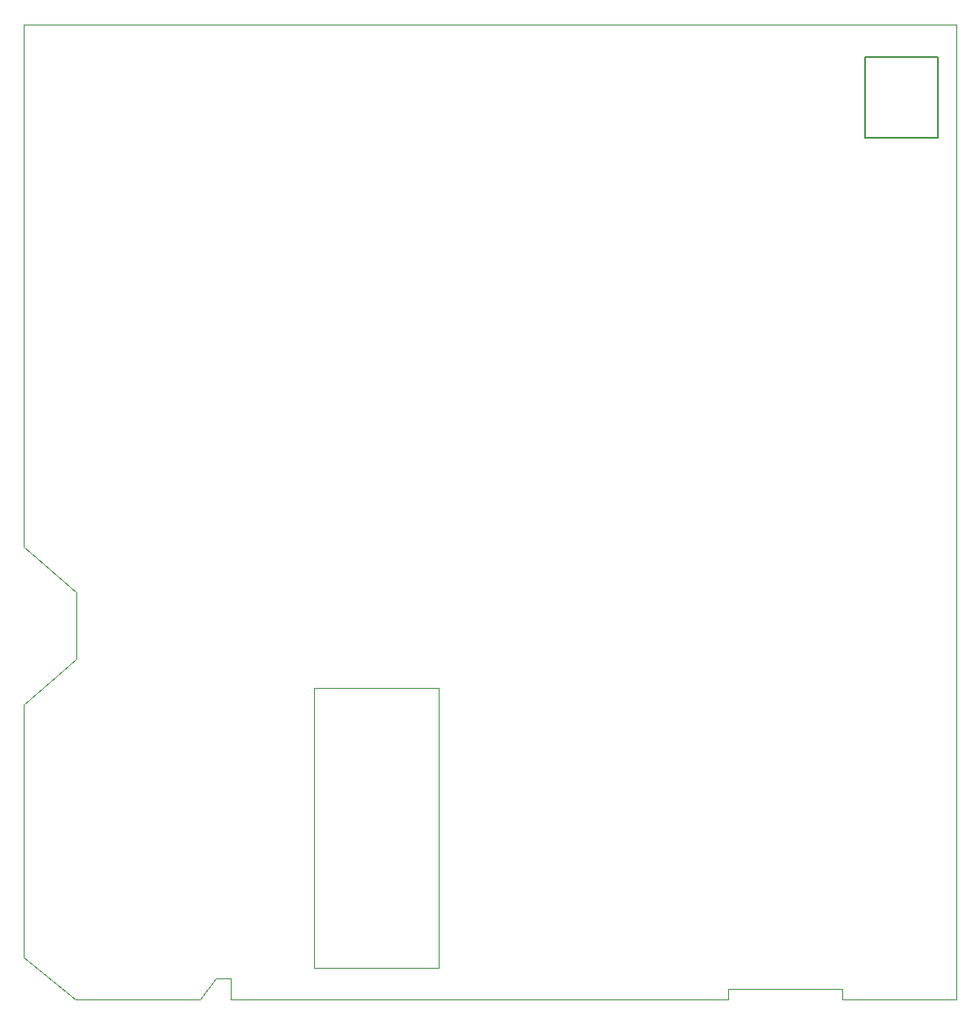
<source format=gm1>
%TF.GenerationSoftware,KiCad,Pcbnew,7.0.7*%
%TF.CreationDate,2023-11-03T00:36:19+00:00*%
%TF.ProjectId,mod-badge-mbr,6d6f642d-6261-4646-9765-2d6d62722e6b,rev?*%
%TF.SameCoordinates,Original*%
%TF.FileFunction,Profile,NP*%
%FSLAX46Y46*%
G04 Gerber Fmt 4.6, Leading zero omitted, Abs format (unit mm)*
G04 Created by KiCad (PCBNEW 7.0.7) date 2023-11-03 00:36:19*
%MOMM*%
%LPD*%
G01*
G04 APERTURE LIST*
%TA.AperFunction,Profile*%
%ADD10C,0.100000*%
%TD*%
%TA.AperFunction,Profile*%
%ADD11C,0.150000*%
%TD*%
G04 APERTURE END LIST*
D10*
X28000000Y-64000000D02*
X40000000Y-64000000D01*
X90000000Y-94000000D02*
X90000000Y0D01*
X5000000Y-94000000D02*
X0Y-90000000D01*
X18500000Y-92000000D02*
X17000000Y-94000000D01*
X0Y-90000000D02*
X0Y-65608200D01*
X20000000Y-92000000D02*
X20000000Y-94000000D01*
X90000000Y0D02*
X0Y0D01*
X0Y-65608200D02*
X5080000Y-61163200D01*
D11*
X81200000Y-3100000D02*
X88200000Y-3100000D01*
X88200000Y-10900000D01*
X81200000Y-10900000D01*
X81200000Y-3100000D01*
D10*
X28000000Y-64000000D02*
X28000000Y-91000000D01*
X20000000Y-94000000D02*
X68000000Y-94000000D01*
X90000000Y-94000000D02*
X79000000Y-94000000D01*
X68000000Y-93000000D02*
X79000000Y-93000000D01*
X79000000Y-94000000D02*
X79000000Y-93000000D01*
X0Y-50342800D02*
X5080000Y-54787800D01*
X40000000Y-91000000D02*
X40000000Y-64000000D01*
X68000000Y-93000000D02*
X68000000Y-94000000D01*
X17000000Y-94000000D02*
X5000000Y-94000000D01*
X0Y-50342800D02*
X0Y0D01*
X28000000Y-91000000D02*
X40000000Y-91000000D01*
X20000000Y-92000000D02*
X18500000Y-92000000D01*
X5080000Y-61163200D02*
X5080000Y-54787800D01*
M02*

</source>
